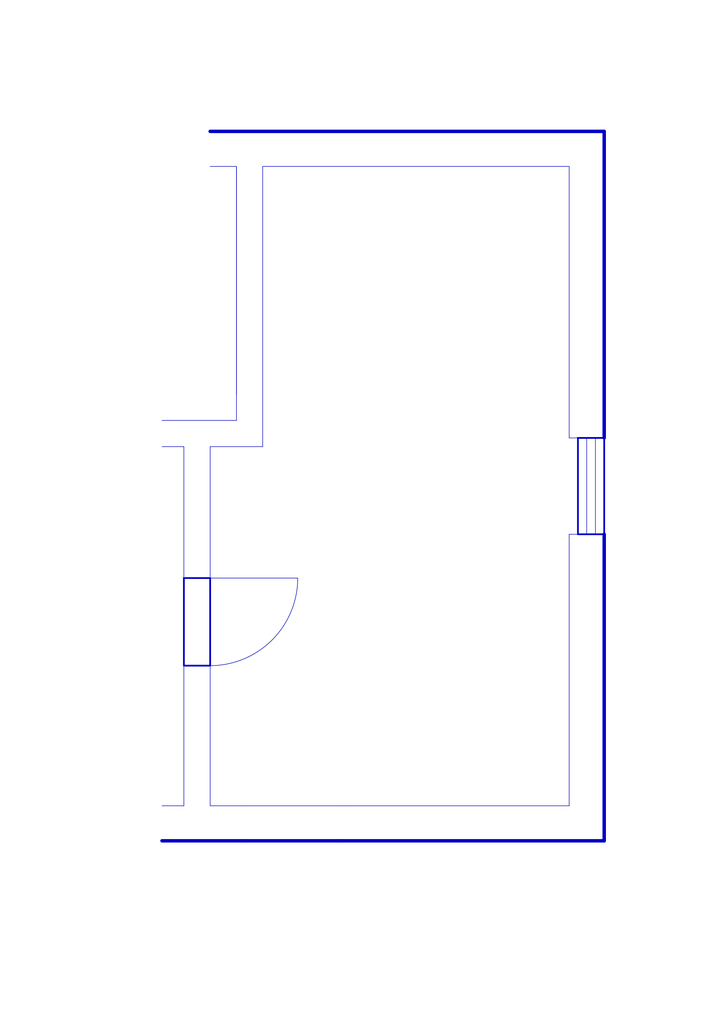
<source format=kicad_sch>
(kicad_sch (version 20230121) (generator eeschema)
  (paper "A4" portrait)
  (title_block (title "Projekt elektroinštalácie rodinného domu") (date "2024-05-09") (rev "1") (comment 4 "001-24") (comment 5 "Konanie stavby: 96901 Banská Štiavnica, Belianska 1770/15"))
  (lib_symbols)
  (polyline (pts (xy 60.96 48.26) (xy 68.58 48.26)))
  (polyline (pts (xy 68.58 121.92) (xy 46.99 121.92)))
  (polyline (pts (xy 60.96 129.54) (xy 76.2 129.54)))
  (polyline (pts (xy 101.6 233.68) (xy 99.06 233.68)))
  (polyline (pts (xy 60.96 38.1) (xy 175.26 38.1)) (stroke (width 1)))
  (polyline (pts (xy 68.58 114.3) (xy 68.58 48.26)))
  (polyline (pts (xy 175.26 243.84) (xy 175.26 154.94)) (stroke (width 1)))
  (polyline (pts (xy 53.34 167.64) (xy 60.96 167.64)))
  (polyline (pts (xy 60.96 167.64) (xy 86.36 167.64)))
  (polyline (pts (xy 172.72 154.94) (xy 172.72 127)))
  (polyline (pts (xy 101.6 233.68) (xy 165.1 233.68)))
  (polyline (pts (xy 175.26 127) (xy 175.26 38.1)) (stroke (width 1)))
  (polyline (pts (xy 165.1 48.26) (xy 165.1 127)))
  (polyline (pts (xy 53.34 193.04) (xy 53.34 233.68)))
  (polyline (pts (xy 60.96 167.64) (xy 60.96 129.54)))
  (polyline (pts (xy 165.1 127) (xy 167.64 127)))
  (polyline (pts (xy 68.58 114.3) (xy 68.58 121.92)))
  (polyline (pts (xy 71.12 243.84) (xy 99.06 243.84)) (stroke (width 1)))
  (polyline (pts (xy 60.96 193.04) (xy 60.96 233.68)))
  (polyline (pts (xy 68.58 114.3) (xy 68.58 48.26)))
  (polyline (pts (xy 99.06 243.84) (xy 175.26 243.84)) (stroke (width 1)))
  (polyline (pts (xy 76.2 129.54) (xy 76.2 48.26)))
  (polyline (pts (xy 165.1 154.94) (xy 167.64 154.94)))
  (polyline (pts (xy 53.34 129.54) (xy 53.34 167.64)))
  (polyline (pts (xy 165.1 233.68) (xy 165.1 154.94)))
  (polyline (pts (xy 46.99 243.84) (xy 71.12 243.84)) (stroke (width 1)))
  (polyline (pts (xy 46.99 129.54) (xy 53.34 129.54)))
  (polyline (pts (xy 71.12 233.68) (xy 99.06 233.68)))
  (polyline (pts (xy 46.99 233.68) (xy 53.34 233.68)))
  (polyline (pts (xy 76.2 48.26) (xy 165.1 48.26)))
  (polyline (pts (xy 71.12 233.68) (xy 60.96 233.68)))
  (polyline (pts (xy 170.18 154.94) (xy 170.18 127)))
  (rectangle (start 167.64 127) (end 175.26 154.94) (stroke (width 0.5)))
  (rectangle (start 53.34 167.64) (end 60.96 193.04) (stroke (width 0.5)))
  (arc (start 86.36 167.64) (mid 78.9205 185.6005) (end 60.96 193.04))
)
</source>
